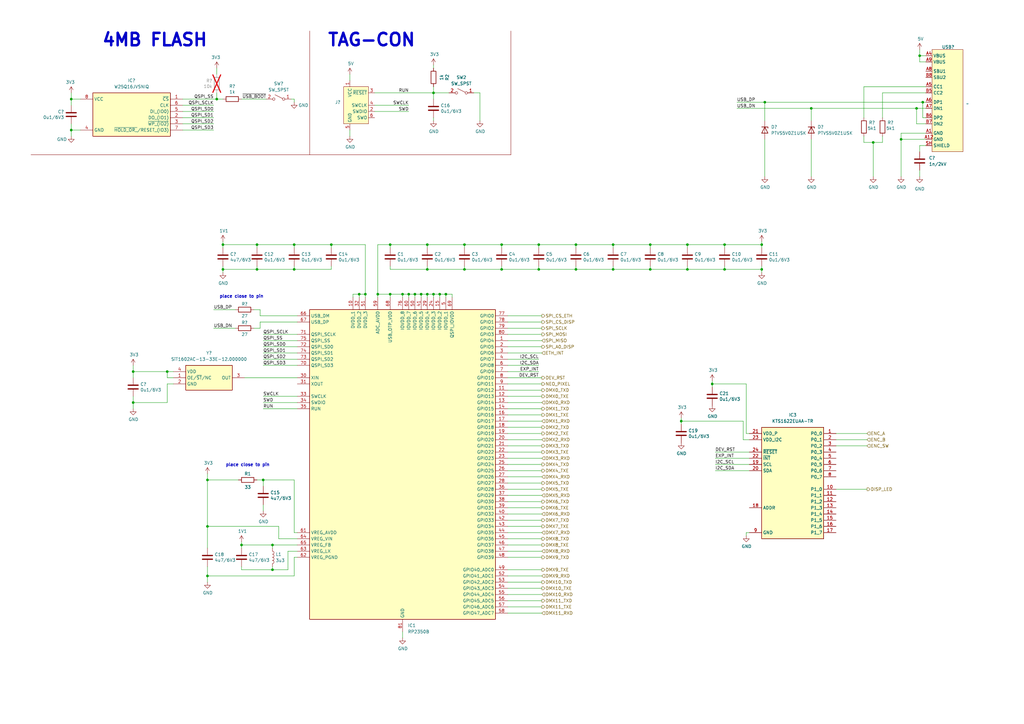
<source format=kicad_sch>
(kicad_sch (version 20250114) (generator "eeschema") (generator_version "9.0")
  (paper "A3")
  (text "TAG-CON" (at 152.4 16.51 0) (effects (font (size 5.08 5.08) (thickness 1.016) (bold yes))))
  (text "4MB FLASH" (at 63.5 16.51 0) (effects (font (size 5.08 5.08) (thickness 1.016) (bold yes))))
  (text "place close to pin" (at 99.06 121.666 0) (effects (font (size 1.27 1.27) (thickness 0.254) (bold yes))))
  (text "place close to pin" (at 101.6 190.754 0) (effects (font (size 1.27 1.27) (thickness 0.254) (bold yes))))
  (junction (at 177.8 120.65))
  (junction (at 54.61 152.4))
  (junction (at 68.58 152.4))
  (junction (at 205.74 100.33))
  (junction (at 177.8 38.1))
  (junction (at 236.22 110.49))
  (junction (at 266.7 100.33))
  (junction (at 135.89 100.33))
  (junction (at 88.9 40.64))
  (junction (at 91.44 100.33))
  (junction (at 85.09 196.85))
  (junction (at 85.09 236.22))
  (junction (at 120.65 110.49))
  (junction (at 165.1 120.65))
  (junction (at 220.98 110.49))
  (junction (at 175.26 120.65))
  (junction (at 167.64 120.65))
  (junction (at 297.18 110.49))
  (junction (at 358.14 58.42))
  (junction (at 190.5 110.49))
  (junction (at 313.69 41.91))
  (junction (at 251.46 110.49))
  (junction (at 375.92 44.45))
  (junction (at 111.76 233.68))
  (junction (at 111.76 223.52))
  (junction (at 377.19 22.86))
  (junction (at 251.46 100.33))
  (junction (at 175.26 100.33))
  (junction (at 91.44 110.49))
  (junction (at 312.42 100.33))
  (junction (at 149.86 120.65))
  (junction (at 279.4 172.72))
  (junction (at 105.41 100.33))
  (junction (at 54.61 165.1))
  (junction (at 266.7 110.49))
  (junction (at 205.74 110.49))
  (junction (at 172.72 120.65))
  (junction (at 160.02 120.65))
  (junction (at 378.46 41.91))
  (junction (at 369.57 57.15))
  (junction (at 220.98 100.33))
  (junction (at 120.65 100.33))
  (junction (at 147.32 120.65))
  (junction (at 312.42 110.49))
  (junction (at 29.21 53.34))
  (junction (at 105.41 110.49))
  (junction (at 29.21 40.64))
  (junction (at 99.06 223.52))
  (junction (at 236.22 100.33))
  (junction (at 292.1 157.48))
  (junction (at 154.94 120.65))
  (junction (at 180.34 120.65))
  (junction (at 175.26 110.49))
  (junction (at 170.18 120.65))
  (junction (at 297.18 100.33))
  (junction (at 332.74 44.45))
  (junction (at 281.94 100.33))
  (junction (at 190.5 100.33))
  (junction (at 85.09 215.9))
  (junction (at 281.94 110.49))
  (junction (at 182.88 120.65))
  (junction (at 160.02 100.33))
  (junction (at 107.95 196.85))
  (wire (pts (xy 154.94 100.33) (xy 160.02 100.33)))
  (wire (pts (xy 106.68 129.54) (xy 106.68 127)))
  (wire (pts (xy 208.28 132.08) (xy 222.25 132.08)))
  (wire (pts (xy 208.28 241.3) (xy 222.25 241.3)))
  (wire (pts (xy 105.41 109.22) (xy 105.41 110.49)))
  (wire (pts (xy 68.58 152.4) (xy 71.12 152.4)))
  (wire (pts (xy 279.4 172.72) (xy 279.4 173.99)))
  (wire (pts (xy 205.74 100.33) (xy 205.74 101.6)))
  (wire (pts (xy 121.92 129.54) (xy 106.68 129.54)))
  (wire (pts (xy 105.41 196.85) (xy 107.95 196.85)))
  (wire (pts (xy 208.28 154.94) (xy 222.25 154.94)))
  (wire (pts (xy 99.06 223.52) (xy 111.76 223.52)))
  (wire (pts (xy 120.65 218.44) (xy 121.92 218.44)))
  (wire (pts (xy 354.33 58.42) (xy 354.33 55.88)))
  (wire (pts (xy 281.94 109.22) (xy 281.94 110.49)))
  (wire (pts (xy 177.8 38.1) (xy 177.8 40.64)))
  (wire (pts (xy 377.19 59.69) (xy 379.73 59.69)))
  (wire (pts (xy 208.28 152.4) (xy 220.98 152.4)))
  (wire (pts (xy 208.28 187.96) (xy 222.25 187.96)))
  (wire (pts (xy 120.65 40.64) (xy 120.65 41.91)))
  (wire (pts (xy 208.28 223.52) (xy 222.25 223.52)))
  (wire (pts (xy 87.63 134.62) (xy 96.52 134.62)))
  (wire (pts (xy 71.12 154.94) (xy 68.58 154.94)))
  (wire (pts (xy 147.32 120.65) (xy 149.86 120.65)))
  (wire (pts (xy 105.41 110.49) (xy 120.65 110.49)))
  (wire (pts (xy 160.02 109.22) (xy 160.02 110.49)))
  (wire (pts (xy 114.3 220.98) (xy 114.3 215.9)))
  (wire (pts (xy 121.92 137.16) (xy 107.95 137.16)))
  (wire (pts (xy 208.28 172.72) (xy 222.25 172.72)))
  (wire (pts (xy 354.33 58.42) (xy 358.14 58.42)))
  (wire (pts (xy 91.44 101.6) (xy 91.44 100.33)))
  (wire (pts (xy 107.95 207.01) (xy 107.95 209.55)))
  (wire (pts (xy 160.02 110.49) (xy 175.26 110.49)))
  (wire (pts (xy 208.28 251.46) (xy 222.25 251.46)))
  (wire (pts (xy 307.34 187.96) (xy 293.37 187.96)))
  (wire (pts (xy 194.31 38.1) (xy 196.85 38.1)))
  (polyline (pts (xy 127 12.7) (xy 127 63.5)) (stroke (width 0) (color 132 0 0 1)))
  (wire (pts (xy 379.73 25.4) (xy 377.19 25.4)))
  (wire (pts (xy 208.28 182.88) (xy 222.25 182.88)))
  (wire (pts (xy 208.28 162.56) (xy 222.25 162.56)))
  (wire (pts (xy 379.73 48.26) (xy 378.46 48.26)))
  (wire (pts (xy 68.58 157.48) (xy 68.58 165.1)))
  (wire (pts (xy 208.28 129.54) (xy 222.25 129.54)))
  (wire (pts (xy 167.64 120.65) (xy 170.18 120.65)))
  (wire (pts (xy 29.21 50.8) (xy 29.21 53.34)))
  (polyline (pts (xy 209.55 12.7) (xy 209.55 63.5)) (stroke (width 0) (color 132 0 0 1)))
  (wire (pts (xy 378.46 48.26) (xy 378.46 41.91)))
  (wire (pts (xy 153.67 38.1) (xy 177.8 38.1)))
  (wire (pts (xy 175.26 110.49) (xy 190.5 110.49)))
  (wire (pts (xy 121.92 139.7) (xy 107.95 139.7)))
  (wire (pts (xy 165.1 259.08) (xy 165.1 261.62)))
  (wire (pts (xy 107.95 149.86) (xy 121.92 149.86)))
  (wire (pts (xy 208.28 175.26) (xy 222.25 175.26)))
  (wire (pts (xy 293.37 185.42) (xy 307.34 185.42)))
  (wire (pts (xy 29.21 40.64) (xy 29.21 43.18)))
  (wire (pts (xy 377.19 69.85) (xy 377.19 72.39)))
  (wire (pts (xy 208.28 213.36) (xy 222.25 213.36)))
  (wire (pts (xy 208.28 208.28) (xy 222.25 208.28)))
  (wire (pts (xy 208.28 246.38) (xy 222.25 246.38)))
  (wire (pts (xy 251.46 110.49) (xy 266.7 110.49)))
  (wire (pts (xy 332.74 44.45) (xy 375.92 44.45)))
  (wire (pts (xy 379.73 38.1) (xy 361.95 38.1)))
  (wire (pts (xy 170.18 120.65) (xy 172.72 120.65)))
  (wire (pts (xy 99.06 40.64) (xy 109.22 40.64)))
  (wire (pts (xy 342.9 180.34) (xy 355.6 180.34)))
  (wire (pts (xy 85.09 215.9) (xy 85.09 196.85)))
  (wire (pts (xy 279.4 171.45) (xy 279.4 172.72)))
  (wire (pts (xy 143.51 30.48) (xy 143.51 33.02)))
  (wire (pts (xy 107.95 142.24) (xy 121.92 142.24)))
  (wire (pts (xy 85.09 196.85) (xy 97.79 196.85)))
  (wire (pts (xy 208.28 134.62) (xy 222.25 134.62)))
  (wire (pts (xy 190.5 110.49) (xy 205.74 110.49)))
  (wire (pts (xy 111.76 232.41) (xy 111.76 233.68)))
  (wire (pts (xy 167.64 45.72) (xy 153.67 45.72)))
  (wire (pts (xy 91.44 109.22) (xy 91.44 110.49)))
  (wire (pts (xy 160.02 100.33) (xy 160.02 101.6)))
  (wire (pts (xy 74.93 53.34) (xy 87.63 53.34)))
  (wire (pts (xy 135.89 110.49) (xy 135.89 109.22)))
  (wire (pts (xy 99.06 233.68) (xy 99.06 232.41)))
  (wire (pts (xy 208.28 160.02) (xy 222.25 160.02)))
  (wire (pts (xy 208.28 167.64) (xy 222.25 167.64)))
  (wire (pts (xy 54.61 165.1) (xy 68.58 165.1)))
  (wire (pts (xy 29.21 38.1) (xy 29.21 40.64)))
  (wire (pts (xy 361.95 55.88) (xy 361.95 58.42)))
  (wire (pts (xy 106.68 132.08) (xy 121.92 132.08)))
  (wire (pts (xy 266.7 109.22) (xy 266.7 110.49)))
  (wire (pts (xy 292.1 157.48) (xy 306.07 157.48)))
  (wire (pts (xy 220.98 100.33) (xy 236.22 100.33)))
  (wire (pts (xy 175.26 100.33) (xy 175.26 101.6)))
  (wire (pts (xy 106.68 134.62) (xy 106.68 132.08)))
  (wire (pts (xy 312.42 100.33) (xy 312.42 101.6)))
  (wire (pts (xy 160.02 120.65) (xy 160.02 121.92)))
  (wire (pts (xy 375.92 44.45) (xy 379.73 44.45)))
  (wire (pts (xy 99.06 233.68) (xy 111.76 233.68)))
  (wire (pts (xy 236.22 109.22) (xy 236.22 110.49)))
  (wire (pts (xy 358.14 58.42) (xy 358.14 72.39)))
  (wire (pts (xy 342.9 200.66) (xy 355.6 200.66)))
  (wire (pts (xy 281.94 110.49) (xy 297.18 110.49)))
  (wire (pts (xy 236.22 100.33) (xy 236.22 101.6)))
  (wire (pts (xy 54.61 149.86) (xy 54.61 152.4)))
  (wire (pts (xy 160.02 100.33) (xy 175.26 100.33)))
  (wire (pts (xy 85.09 236.22) (xy 120.65 236.22)))
  (wire (pts (xy 208.28 139.7) (xy 222.25 139.7)))
  (wire (pts (xy 208.28 205.74) (xy 222.25 205.74)))
  (wire (pts (xy 208.28 193.04) (xy 222.25 193.04)))
  (wire (pts (xy 154.94 120.65) (xy 160.02 120.65)))
  (wire (pts (xy 120.65 228.6) (xy 120.65 236.22)))
  (wire (pts (xy 293.37 190.5) (xy 307.34 190.5)))
  (wire (pts (xy 208.28 170.18) (xy 222.25 170.18)))
  (wire (pts (xy 379.73 50.8) (xy 375.92 50.8)))
  (wire (pts (xy 107.95 165.1) (xy 121.92 165.1)))
  (wire (pts (xy 182.88 120.65) (xy 182.88 121.92)))
  (wire (pts (xy 302.26 41.91) (xy 313.69 41.91)))
  (wire (pts (xy 144.78 120.65) (xy 147.32 120.65)))
  (wire (pts (xy 208.28 210.82) (xy 222.25 210.82)))
  (wire (pts (xy 120.65 100.33) (xy 135.89 100.33)))
  (wire (pts (xy 121.92 220.98) (xy 114.3 220.98)))
  (wire (pts (xy 297.18 110.49) (xy 312.42 110.49)))
  (wire (pts (xy 304.8 180.34) (xy 304.8 172.72)))
  (wire (pts (xy 107.95 144.78) (xy 121.92 144.78)))
  (wire (pts (xy 175.26 120.65) (xy 175.26 121.92)))
  (wire (pts (xy 208.28 144.78) (xy 222.25 144.78)))
  (wire (pts (xy 167.64 120.65) (xy 167.64 121.92)))
  (wire (pts (xy 369.57 57.15) (xy 379.73 57.15)))
  (wire (pts (xy 180.34 120.65) (xy 182.88 120.65)))
  (wire (pts (xy 121.92 228.6) (xy 120.65 228.6)))
  (wire (pts (xy 378.46 41.91) (xy 379.73 41.91)))
  (wire (pts (xy 68.58 154.94) (xy 68.58 152.4)))
  (wire (pts (xy 251.46 100.33) (xy 251.46 101.6)))
  (wire (pts (xy 377.19 22.86) (xy 377.19 25.4)))
  (wire (pts (xy 236.22 100.33) (xy 251.46 100.33)))
  (wire (pts (xy 379.73 54.61) (xy 369.57 54.61)))
  (wire (pts (xy 208.28 177.8) (xy 222.25 177.8)))
  (wire (pts (xy 154.94 121.92) (xy 154.94 120.65)))
  (wire (pts (xy 281.94 100.33) (xy 281.94 101.6)))
  (wire (pts (xy 312.42 110.49) (xy 312.42 109.22)))
  (wire (pts (xy 266.7 100.33) (xy 266.7 101.6)))
  (wire (pts (xy 354.33 48.26) (xy 354.33 35.56)))
  (wire (pts (xy 208.28 215.9) (xy 222.25 215.9)))
  (wire (pts (xy 99.06 223.52) (xy 99.06 224.79)))
  (wire (pts (xy 312.42 99.06) (xy 312.42 100.33)))
  (wire (pts (xy 33.02 40.64) (xy 29.21 40.64)))
  (wire (pts (xy 190.5 109.22) (xy 190.5 110.49)))
  (wire (pts (xy 177.8 49.53) (xy 177.8 48.26)))
  (wire (pts (xy 332.74 72.39) (xy 332.74 57.15)))
  (wire (pts (xy 165.1 120.65) (xy 165.1 121.92)))
  (wire (pts (xy 208.28 165.1) (xy 222.25 165.1)))
  (wire (pts (xy 33.02 53.34) (xy 29.21 53.34)))
  (wire (pts (xy 74.93 45.72) (xy 87.63 45.72)))
  (wire (pts (xy 120.65 40.64) (xy 119.38 40.64)))
  (wire (pts (xy 251.46 109.22) (xy 251.46 110.49)))
  (wire (pts (xy 297.18 109.22) (xy 297.18 110.49)))
  (wire (pts (xy 111.76 223.52) (xy 121.92 223.52)))
  (wire (pts (xy 182.88 120.65) (xy 185.42 120.65)))
  (wire (pts (xy 313.69 49.53) (xy 313.69 41.91)))
  (wire (pts (xy 54.61 152.4) (xy 68.58 152.4)))
  (wire (pts (xy 208.28 147.32) (xy 220.98 147.32)))
  (wire (pts (xy 313.69 41.91) (xy 378.46 41.91)))
  (wire (pts (xy 205.74 109.22) (xy 205.74 110.49)))
  (wire (pts (xy 342.9 177.8) (xy 355.6 177.8)))
  (wire (pts (xy 313.69 72.39) (xy 313.69 57.15)))
  (wire (pts (xy 292.1 157.48) (xy 292.1 158.75)))
  (wire (pts (xy 358.14 58.42) (xy 361.95 58.42)))
  (wire (pts (xy 208.28 180.34) (xy 222.25 180.34)))
  (wire (pts (xy 165.1 120.65) (xy 167.64 120.65)))
  (wire (pts (xy 107.95 162.56) (xy 121.92 162.56)))
  (wire (pts (xy 190.5 100.33) (xy 190.5 101.6)))
  (wire (pts (xy 208.28 142.24) (xy 222.25 142.24)))
  (wire (pts (xy 177.8 120.65) (xy 180.34 120.65)))
  (wire (pts (xy 332.74 44.45) (xy 332.74 49.53)))
  (wire (pts (xy 208.28 243.84) (xy 222.25 243.84)))
  (wire (pts (xy 297.18 100.33) (xy 312.42 100.33)))
  (wire (pts (xy 54.61 152.4) (xy 54.61 154.94)))
  (wire (pts (xy 208.28 157.48) (xy 222.25 157.48)))
  (wire (pts (xy 100.33 154.94) (xy 121.92 154.94)))
  (wire (pts (xy 91.44 99.06) (xy 91.44 100.33)))
  (wire (pts (xy 143.51 55.88) (xy 143.51 53.34)))
  (wire (pts (xy 375.92 50.8) (xy 375.92 44.45)))
  (wire (pts (xy 208.28 236.22) (xy 222.25 236.22)))
  (wire (pts (xy 306.07 157.48) (xy 306.07 177.8)))
  (wire (pts (xy 104.14 134.62) (xy 106.68 134.62)))
  (wire (pts (xy 54.61 165.1) (xy 54.61 162.56)))
  (wire (pts (xy 304.8 172.72) (xy 279.4 172.72)))
  (wire (pts (xy 177.8 120.65) (xy 177.8 121.92)))
  (wire (pts (xy 107.95 196.85) (xy 120.65 196.85)))
  (wire (pts (xy 177.8 38.1) (xy 184.15 38.1)))
  (wire (pts (xy 306.07 177.8) (xy 307.34 177.8)))
  (wire (pts (xy 167.64 43.18) (xy 153.67 43.18)))
  (wire (pts (xy 107.95 196.85) (xy 107.95 199.39)))
  (wire (pts (xy 85.09 236.22) (xy 85.09 238.76)))
  (wire (pts (xy 111.76 223.52) (xy 111.76 224.79)))
  (wire (pts (xy 114.3 215.9) (xy 85.09 215.9)))
  (wire (pts (xy 170.18 120.65) (xy 170.18 121.92)))
  (wire (pts (xy 185.42 120.65) (xy 185.42 121.92)))
  (wire (pts (xy 85.09 194.31) (xy 85.09 196.85)))
  (wire (pts (xy 88.9 40.64) (xy 74.93 40.64)))
  (wire (pts (xy 120.65 196.85) (xy 120.65 218.44)))
  (wire (pts (xy 220.98 109.22) (xy 220.98 110.49)))
  (wire (pts (xy 208.28 226.06) (xy 222.25 226.06)))
  (wire (pts (xy 54.61 165.1) (xy 54.61 167.64)))
  (wire (pts (xy 87.63 43.18) (xy 74.93 43.18)))
  (wire (pts (xy 302.26 44.45) (xy 332.74 44.45)))
  (wire (pts (xy 208.28 149.86) (xy 220.98 149.86)))
  (wire (pts (xy 369.57 57.15) (xy 369.57 72.39)))
  (wire (pts (xy 172.72 120.65) (xy 175.26 120.65)))
  (wire (pts (xy 377.19 22.86) (xy 379.73 22.86)))
  (wire (pts (xy 196.85 38.1) (xy 196.85 49.53)))
  (wire (pts (xy 135.89 100.33) (xy 135.89 101.6)))
  (wire (pts (xy 208.28 200.66) (xy 222.25 200.66)))
  (wire (pts (xy 175.26 109.22) (xy 175.26 110.49)))
  (wire (pts (xy 147.32 120.65) (xy 147.32 121.92)))
  (wire (pts (xy 208.28 185.42) (xy 222.25 185.42)))
  (wire (pts (xy 312.42 110.49) (xy 312.42 111.76)))
  (wire (pts (xy 236.22 110.49) (xy 251.46 110.49)))
  (wire (pts (xy 149.86 120.65) (xy 149.86 100.33)))
  (wire (pts (xy 120.65 110.49) (xy 135.89 110.49)))
  (wire (pts (xy 180.34 120.65) (xy 180.34 121.92)))
  (wire (pts (xy 177.8 35.56) (xy 177.8 38.1)))
  (wire (pts (xy 107.95 167.64) (xy 121.92 167.64)))
  (wire (pts (xy 154.94 120.65) (xy 154.94 100.33)))
  (wire (pts (xy 292.1 156.21) (xy 292.1 157.48)))
  (wire (pts (xy 377.19 20.32) (xy 377.19 22.86)))
  (wire (pts (xy 342.9 182.88) (xy 355.6 182.88)))
  (wire (pts (xy 91.44 110.49) (xy 105.41 110.49)))
  (wire (pts (xy 105.41 100.33) (xy 105.41 101.6)))
  (wire (pts (xy 208.28 195.58) (xy 222.25 195.58)))
  (wire (pts (xy 208.28 203.2) (xy 222.25 203.2)))
  (wire (pts (xy 85.09 215.9) (xy 85.09 224.79)))
  (wire (pts (xy 377.19 62.23) (xy 377.19 59.69)))
  (wire (pts (xy 99.06 222.25) (xy 99.06 223.52)))
  (wire (pts (xy 361.95 38.1) (xy 361.95 48.26)))
  (wire (pts (xy 88.9 38.1) (xy 88.9 40.64)))
  (wire (pts (xy 91.44 40.64) (xy 88.9 40.64)))
  (wire (pts (xy 175.26 120.65) (xy 177.8 120.65)))
  (wire (pts (xy 369.57 54.61) (xy 369.57 57.15)))
  (wire (pts (xy 74.93 48.26) (xy 87.63 48.26)))
  (wire (pts (xy 208.28 190.5) (xy 222.25 190.5)))
  (wire (pts (xy 354.33 35.56) (xy 379.73 35.56)))
  (wire (pts (xy 208.28 233.68) (xy 222.25 233.68)))
  (polyline (pts (xy 12.7 63.5) (xy 127 63.5)) (stroke (width 0) (color 132 0 0 1)))
  (wire (pts (xy 208.28 228.6) (xy 222.25 228.6)))
  (wire (pts (xy 190.5 100.33) (xy 205.74 100.33)))
  (wire (pts (xy 208.28 137.16) (xy 222.25 137.16)))
  (wire (pts (xy 220.98 110.49) (xy 236.22 110.49)))
  (wire (pts (xy 120.65 109.22) (xy 120.65 110.49)))
  (wire (pts (xy 220.98 100.33) (xy 220.98 101.6)))
  (wire (pts (xy 107.95 147.32) (xy 121.92 147.32)))
  (wire (pts (xy 208.28 198.12) (xy 222.25 198.12)))
  (wire (pts (xy 281.94 100.33) (xy 297.18 100.33)))
  (wire (pts (xy 306.07 218.44) (xy 307.34 218.44)))
  (polyline (pts (xy 127 63.5) (xy 209.55 63.5)) (stroke (width 0) (color 132 0 0 1)))
  (wire (pts (xy 71.12 157.48) (xy 68.58 157.48)))
  (wire (pts (xy 306.07 219.71) (xy 306.07 218.44)))
  (wire (pts (xy 144.78 121.92) (xy 144.78 120.65)))
  (wire (pts (xy 205.74 110.49) (xy 220.98 110.49)))
  (wire (pts (xy 160.02 120.65) (xy 165.1 120.65)))
  (wire (pts (xy 149.86 120.65) (xy 149.86 121.92)))
  (wire (pts (xy 88.9 27.94) (xy 88.9 30.48)))
  (wire (pts (xy 177.8 26.67) (xy 177.8 27.94)))
  (wire (pts (xy 74.93 50.8) (xy 87.63 50.8)))
  (wire (pts (xy 91.44 110.49) (xy 91.44 111.76)))
  (wire (pts (xy 87.63 127) (xy 96.52 127)))
  (wire (pts (xy 293.37 193.04) (xy 307.34 193.04)))
  (wire (pts (xy 106.68 127) (xy 104.14 127)))
  (wire (pts (xy 118.11 226.06) (xy 118.11 233.68)))
  (wire (pts (xy 175.26 100.33) (xy 190.5 100.33)))
  (wire (pts (xy 307.34 180.34) (xy 304.8 180.34)))
  (wire (pts (xy 208.28 238.76) (xy 222.25 238.76)))
  (wire (pts (xy 29.21 53.34) (xy 29.21 55.88)))
  (wire (pts (xy 208.28 248.92) (xy 222.25 248.92)))
  (wire (pts (xy 118.11 233.68) (xy 111.76 233.68)))
  (wire (pts (xy 251.46 100.33) (xy 266.7 100.33)))
  (wire (pts (xy 205.74 100.33) (xy 220.98 100.33)))
  (wire (pts (xy 266.7 110.49) (xy 281.94 110.49)))
  (wire (pts (xy 120.65 101.6) (xy 120.65 100.33)))
  (wire (pts (xy 208.28 220.98) (xy 222.25 220.98)))
  (wire (pts (xy 149.86 100.33) (xy 135.89 100.33)))
  (wire (pts (xy 120.65 100.33) (xy 105.41 100.33)))
  (wire (pts (xy 297.18 100.33) (xy 297.18 101.6)))
  (wire (pts (xy 266.7 100.33) (xy 281.94 100.33)))
  (wire (pts (xy 121.92 226.06) (xy 118.11 226.06)))
  (wire (pts (xy 85.09 236.22) (xy 85.09 232.41)))
  (wire (pts (xy 208.28 218.44) (xy 222.25 218.44)))
  (wire (pts (xy 172.72 120.65) (xy 172.72 121.92)))
  (wire (pts (xy 91.44 100.33) (xy 105.41 100.33)))
  (label "DEV_RST" (at 293.37 185.42 0) (effects (font (thickness 0.1588))))
  (label "USB_DN" (at 302.26 44.45 0))
  (label "SWCLK" (at 107.95 162.56 0))
  (label "QSPI_SD3" (at 107.95 149.86 0))
  (label "DEV_RST" (at 220.98 154.94 180) (effects (font (thickness 0.1588))))
  (label "QSPI_SD0" (at 87.63 45.72 180))
  (label "SWD" (at 167.64 45.72 180))
  (label "USB_DP" (at 302.26 41.91 0))
  (label "QSPI_SD1" (at 87.63 48.26 180))
  (label "~{USB_BOOT}" (at 109.22 40.64 180))
  (label "SWD" (at 107.95 165.1 0))
  (label "USB_DN" (at 87.63 134.62 0))
  (label "QSPI_SCLK" (at 107.95 137.16 0))
  (label "I2C_SCL" (at 220.98 147.32 180) (effects (font (thickness 0.1588))))
  (label "QSPI_SD2" (at 87.63 50.8 180))
  (label "I2C_SDA" (at 293.37 193.04 0) (effects (font (thickness 0.1588))))
  (label "I2C_SCL" (at 293.37 190.5 0) (effects (font (thickness 0.1588))))
  (label "QSPI_SCLK" (at 87.63 43.18 180))
  (label "QSPI_SD1" (at 107.95 144.78 0))
  (label "USB_DP" (at 87.63 127 0))
  (label "QSPI_SS" (at 107.95 139.7 0))
  (label "SWCLK" (at 167.64 43.18 180))
  (label "EXP_INT" (at 293.37 187.96 0) (effects (font (thickness 0.1588))))
  (label "QSPI_SD3" (at 87.63 53.34 180))
  (label "QSPI_SS" (at 87.63 40.64 180))
  (label "RUN" (at 167.64 38.1 180))
  (label "QSPI_SD0" (at 107.95 142.24 0))
  (label "EXP_INT" (at 220.98 152.4 180) (effects (font (thickness 0.1588))))
  (label "I2C_SDA" (at 220.98 149.86 180) (effects (font (thickness 0.1588))))
  (label "QSPI_SD2" (at 107.95 147.32 0))
  (label "RUN" (at 107.95 167.64 0))
  (hierarchical_label "DMX6_RXD" (shape input) (at 222.25 210.82 0))
  (hierarchical_label "DMX9_TXE" (shape output) (at 222.25 233.68 0))
  (hierarchical_label "DMX6_TXE" (shape output) (at 222.25 208.28 0))
  (hierarchical_label "SPI_SCLK" (shape output) (at 222.25 134.62 0))
  (hierarchical_label "DMX0_TXE" (shape output) (at 222.25 162.56 0))
  (hierarchical_label "DMX3_TXE" (shape output) (at 222.25 185.42 0))
  (hierarchical_label "SPI_CS_DISP" (shape output) (at 222.25 132.08 0))
  (hierarchical_label "ENC_B" (shape input) (at 355.6 180.34 0))
  (hierarchical_label "DMX4_TXD" (shape output) (at 222.25 190.5 0))
  (hierarchical_label "DMX2_TXE" (shape output) (at 222.25 177.8 0))
  (hierarchical_label "DMX3_RXD" (shape input) (at 222.25 187.96 0))
  (hierarchical_label "DMX7_RXD" (shape input) (at 222.25 218.44 0))
  (hierarchical_label "DMX4_RXD" (shape input) (at 222.25 195.58 0))
  (hierarchical_label "DMX11_RXD" (shape input) (at 222.25 251.46 0))
  (hierarchical_label "SPI_CS_ETH" (shape output) (at 222.25 129.54 0))
  (hierarchical_label "DMX5_RXD" (shape input) (at 222.25 203.2 0))
  (hierarchical_label "DMX2_TXD" (shape output) (at 222.25 175.26 0))
  (hierarchical_label "DMX10_TXD" (shape output) (at 222.25 238.76 0))
  (hierarchical_label "DMX11_TXE" (shape output) (at 222.25 248.92 0))
  (hierarchical_label "SPI_A0_DISP" (shape output) (at 222.25 142.24 0))
  (hierarchical_label "DMX7_TXE" (shape output) (at 222.25 215.9 0))
  (hierarchical_label "ENC_SW" (shape input) (at 355.6 182.88 0))
  (hierarchical_label "SPI_MISO" (shape input) (at 222.25 139.7 0))
  (hierarchical_label "DMX9_TXD" (shape output) (at 222.25 228.6 0))
  (hierarchical_label "DMX8_TXD" (shape output) (at 222.25 220.98 0))
  (hierarchical_label "DMX2_RXD" (shape input) (at 222.25 180.34 0))
  (hierarchical_label "DMX5_TXD" (shape output) (at 222.25 198.12 0))
  (hierarchical_label "DMX3_TXD" (shape output) (at 222.25 182.88 0))
  (hierarchical_label "DEV_RST" (shape output) (at 222.25 154.94 0))
  (hierarchical_label "DMX10_RXD" (shape input) (at 222.25 243.84 0))
  (hierarchical_label "ETH_INT" (shape input) (at 222.25 144.78 0))
  (hierarchical_label "DMX0_RXD" (shape input) (at 222.25 165.1 0))
  (hierarchical_label "DMX8_RXD" (shape input) (at 222.25 226.06 0))
  (hierarchical_label "DMX6_TXD" (shape output) (at 222.25 205.74 0))
  (hierarchical_label "NEO_PIXEL" (shape output) (at 222.25 157.48 0) (effects (font (thickness 0.1588))))
  (hierarchical_label "DISP_LED" (shape output) (at 355.6 200.66 0))
  (hierarchical_label "DMX0_TXD" (shape output) (at 222.25 160.02 0))
  (hierarchical_label "DMX9_RXD" (shape input) (at 222.25 236.22 0))
  (hierarchical_label "DMX7_TXD" (shape output) (at 222.25 213.36 0))
  (hierarchical_label "DMX5_TXE" (shape output) (at 222.25 200.66 0))
  (hierarchical_label "DMX4_TXE" (shape output) (at 222.25 193.04 0))
  (hierarchical_label "DMX8_TXE" (shape output) (at 222.25 223.52 0))
  (hierarchical_label "ENC_A" (shape input) (at 355.6 177.8 0))
  (hierarchical_label "DMX1_TXE" (shape output) (at 222.25 170.18 0))
  (hierarchical_label "DMX11_TXD" (shape output) (at 222.25 246.38 0))
  (hierarchical_label "SPI_MOSI" (shape output) (at 222.25 137.16 0))
  (hierarchical_label "DMX10_TXE" (shape output) (at 222.25 241.3 0))
  (hierarchical_label "DMX1_TXD" (shape output) (at 222.25 167.64 0))
  (hierarchical_label "DMX1_RXD" (shape input) (at 222.25 172.72 0))
  (symbol (lib_id "power:+3V3") (at 88.9 27.94 0) (mirror y) (unit 1)
    (property "Reference" "#PWR07" (effects (hide yes)))
    (property "Value" "3V3" (at 88.519 23.5458 0))
    (instances (project "RP2350B" (path "" (reference "#PWR?") (unit 1))) (project "" (path "" (reference "#PWR07") (unit 1))) (project "NEMA17" (path "" (reference "#PWR082") (unit 1))) (project "NEMA17" (path "" (reference "#PWR09") (unit 1))))
  )
  (symbol (lib_id "Diode:PTVS5V0Z1USK") (at 313.69 53.34 270) (unit 1)
    (property "Reference" "D1" (at 316.23 52.0699 90) (effects (justify left)))
    (property "Value" "PTVS5V0Z1USK" (at 316.23 54.6099 90) (effects (justify left)))
    (property "Footprint" "Diode_SMD:Nexperia_DSN1608-2_1.6x0.8mm" (effects (hide yes)))
    (property "Datasheet" "https://assets.nexperia.com/documents/data-sheet/PTVS5V0Z1USK.pdf" (effects (hide yes)))
    (property "Description" "5V, 1200W TVS unidirectional diode, DSN1608-2" (effects (hide yes)))
    (instances (project "RP2350B" (path "" (reference "D?") (unit 1))) (project "" (path "" (reference "D1") (unit 1))) (project "" (path "" (reference "D18") (unit 1))))
  )
  (symbol (lib_id "Device:C") (at 160.02 105.41 0) (unit 1)
    (property "Reference" "C10" (at 162.941 104.2416 0) (effects (justify left)))
    (property "Value" "0u1/6V3" (at 162.941 106.553 0) (effects (justify left)))
    (property "Footprint" "Capacitor_SMD:C_0603_1608Metric" (effects (hide yes)))
    (instances (project "RP2350B" (path "" (reference "C1") (unit 1))) (project "" (path "" (reference "C10") (unit 1))))
  )
  (symbol (lib_id "power:GND") (at 377.19 72.39 0) (mirror y) (unit 1)
    (property "Reference" "#PWR031" (effects (hide yes)))
    (property "Value" "GND" (at 377.19 77.47 0))
    (property "Description" "Power symbol creates a global label with name \"GND\" , ground" (effects (hide yes)))
    (instances (project "RP2350B" (path "" (reference "#PWR?") (unit 1))) (project "" (path "" (reference "#PWR031") (unit 1))))
  )
  (symbol (lib_id "power:GND") (at 107.95 209.55 0) (unit 1)
    (property "Reference" "#PWR011" (effects (hide yes)))
    (property "Value" "GND" (at 108.077 213.9442 0))
    (instances (project "RP2350B" (path "" (reference "#PWR02") (unit 1))) (project "" (path "" (reference "#PWR011") (unit 1))))
  )
  (symbol (lib_id "Device:C") (at 135.89 105.41 0) (unit 1)
    (property "Reference" "C9" (at 138.811 104.2416 0) (effects (justify left)))
    (property "Value" "0u1/6V3" (at 138.811 106.553 0) (effects (justify left)))
    (property "Footprint" "Capacitor_SMD:C_0603_1608Metric" (effects (hide yes)))
    (instances (project "RP2350B" (path "" (reference "C14") (unit 1))) (project "" (path "" (reference "C9") (unit 1))))
  )
  (symbol (lib_id "Device:R") (at 361.95 52.07 0) (mirror x) (unit 1)
    (property "Reference" "R8" (at 365.252 50.292 0))
    (property "Value" "5k1" (at 365.252 52.6034 0))
    (property "Footprint" "Resistor_SMD:R_0603_1608Metric" (effects (hide yes)))
    (instances (project "RP2350B" (path "" (reference "R?") (unit 1))) (project "" (path "" (reference "R8") (unit 1))))
  )
  (symbol (lib_id "Device:C") (at 54.61 158.75 0) (unit 1)
    (property "Reference" "C2" (at 57.531 157.5816 0) (effects (justify left)))
    (property "Value" "0u1/6V3" (at 57.531 159.893 0) (effects (justify left)))
    (property "Footprint" "Capacitor_SMD:C_0603_1608Metric" (effects (hide yes)))
    (instances (project "RP2350B" (path "" (reference "C?") (unit 1))) (project "" (path "" (reference "C2") (unit 1))) (project "2x500W_AMP" (path "" (reference "C69") (unit 1))) (project "2x500W_AMP" (path "" (reference "C13") (unit 1))) (project "2x500W_AMP" (path "" (reference "C1") (unit 1))))
  )
  (symbol (lib_id "Device:C") (at 29.21 46.99 0) (mirror y) (unit 1)
    (property "Reference" "C1" (at 26.289 45.8216 0) (effects (justify left)))
    (property "Value" "0u1/6V3" (at 26.289 48.133 0) (effects (justify left)))
    (property "Footprint" "Capacitor_SMD:C_0603_1608Metric" (effects (hide yes)))
    (instances (project "RP2350B" (path "" (reference "C?") (unit 1))) (project "" (path "" (reference "C1") (unit 1))) (project "2x500W_AMP" (path "" (reference "C68") (unit 1))) (project "2x500W_AMP" (path "" (reference "C12") (unit 1))) (project "2x500W_AMP" (path "" (reference "C3") (unit 1))))
  )
  (symbol (lib_id "Device:C") (at 236.22 105.41 0) (unit 1)
    (property "Reference" "C16" (at 239.141 104.2416 0) (effects (justify left)))
    (property "Value" "0u1/6V3" (at 239.141 106.553 0) (effects (justify left)))
    (property "Footprint" "Capacitor_SMD:C_0603_1608Metric" (effects (hide yes)))
    (instances (project "RP2350B" (path "" (reference "C6") (unit 1))) (project "" (path "" (reference "C16") (unit 1))))
  )
  (symbol (lib_id "power:+3V3") (at 312.42 99.06 0) (unit 1)
    (property "Reference" "#PWR024" (effects (hide yes)))
    (property "Value" "3V3" (at 312.801 94.6658 0))
    (instances (project "RP2350B" (path "" (reference "#PWR?") (unit 1))) (project "" (path "" (reference "#PWR024") (unit 1))) (project "2x500W_AMP" (path "" (reference "#PWR091") (unit 1))) (project "2x500W_AMP" (path "" (reference "#PWR026") (unit 1))) (project "2x500W_AMP" (path "" (reference "#PWR016") (unit 1))))
  )
  (symbol (lib_id "Device:C") (at 91.44 105.41 0) (unit 1)
    (property "Reference" "C4" (at 94.361 104.2416 0) (effects (justify left)))
    (property "Value" "4u7/6V3" (at 94.361 106.553 0) (effects (justify left)))
    (property "Footprint" "Capacitor_SMD:C_0603_1608Metric" (effects (hide yes)))
    (instances (project "RP2350B" (path "" (reference "C?") (unit 1))) (project "" (path "" (reference "C4") (unit 1))) (project "2x500W_AMP" (path "" (reference "C75") (unit 1))) (project "2x500W_AMP" (path "" (reference "C18") (unit 1))) (project "2x500W_AMP" (path "" (reference "C8") (unit 1))))
  )
  (symbol (lib_id "Switch:SW_SPST") (at 114.3 40.64 0) (mirror y) (unit 1)
    (property "Reference" "SW1" (at 114.3 34.29 0))
    (property "Value" "SW_SPST" (at 114.3 36.83 0))
    (property "Footprint" "Button_Switch_SMD:SW_SPST_EVQP2" (effects (hide yes)))
    (property "Description" "Single Pole Single Throw (SPST) switch" (effects (hide yes)))
    (instances (project "RP2350B" (path "" (reference "SW?") (unit 1))) (project "" (path "" (reference "SW1") (unit 1))) (project "" (path "" (reference "SW1") (unit 1))) (project "" (path "" (reference "SW1") (unit 1))) (project "" (path "" (reference "SW1") (unit 1))))
  )
  (symbol (lib_id "SamacSys_Parts:RP2350B") (at 127 127 0) (unit 1)
    (property "Reference" "IC2" (at 167.2433 256.54 0) (effects (justify left)))
    (property "Value" "RP2350B" (at 167.2433 259.08 0) (effects (justify left)))
    (property "Footprint" "SamacSys_Parts:QFN40P1000X1000X90-81N-D" (effects (hide yes)))
    (property "Datasheet" "https://datasheets.raspberrypi.com/rp2350/rp2350-datasheet.pdf" (effects (hide yes)))
    (property "Description" "Dual Arm Cortex-M33 or dual Hazard3 RISC-V processors @ 150MHz" (effects (hide yes)))
    (property "Height" "0.9" (effects (hide yes)))
    (property "Manufacturer_Name" "RASPBERRY-PI" (effects (hide yes)))
    (property "Manufacturer_Part_Number" "RP2350B" (effects (hide yes)))
    (instances (project "" (path "" (reference "IC1") (unit 1))) (project "" (path "" (reference "IC2") (unit 1))))
  )
  (symbol (lib_id "Switch:SW_SPST") (at 189.23 38.1 0) (mirror y) (unit 1)
    (property "Reference" "SW2" (at 189.23 31.75 0))
    (property "Value" "SW_SPST" (at 189.23 34.29 0))
    (property "Footprint" "Button_Switch_SMD:SW_SPST_EVQP2" (effects (hide yes)))
    (property "Description" "Single Pole Single Throw (SPST) switch" (effects (hide yes)))
  )
  (symbol (lib_id "power:GND") (at 332.74 72.39 0) (unit 1)
    (property "Reference" "#PWR027" (effects (hide yes)))
    (property "Value" "GND" (at 332.867 76.7842 0))
    (instances (project "RP2350B" (path "" (reference "#PWR?") (unit 1))) (project "" (path "" (reference "#PWR027") (unit 1))))
  )
  (symbol (lib_id "Device:R") (at 88.9 34.29 0) (mirror y) (unit 1) (dnp yes)
    (property "Reference" "R1" (at 87.122 33.1216 0) (effects (justify left)))
    (property "Value" "10k" (at 87.122 35.433 0) (effects (justify left)))
    (property "Footprint" "Resistor_SMD:R_0603_1608Metric" (effects (hide yes)))
    (instances (project "RP2350B" (path "" (reference "R?") (unit 1))) (project "" (path "" (reference "R1") (unit 1))) (project "2x500W_AMP" (path "" (reference "R85") (unit 1))) (project "2x500W_AMP" (path "" (reference "R9") (unit 1))) (project "2x500W_AMP" (path "" (reference "R3") (unit 1))))
  )
  (symbol (lib_id "power:+3V3") (at 91.44 99.06 0) (unit 1)
    (property "Reference" "#PWR08" (effects (hide yes)))
    (property "Value" "1V1" (at 91.821 94.6658 0))
    (instances (project "RP2350B" (path "" (reference "#PWR01") (unit 1))) (project "" (path "" (reference "#PWR08") (unit 1))))
  )
  (symbol (lib_id "SamacSys_Parts:USB4105-GF-A") (at 382.27 20.32 0) (unit 1)
    (property "Reference" "USB1" (at 386.334 19.304 0) (effects (justify left)))
    (property "Value" "~" (at 396.24 42.545 0) (effects (justify left)))
    (property "Footprint" "SamacSys_Parts:USB4105-GF-A" (effects (hide yes)))
    (property "Datasheet" "https://mm.digikey.com/Volume0/opasdata/d220001/medias/docus/5492/USB4105.pdf" (effects (hide yes)))
    (property "Description" "USB-C Connector" (effects (hide yes)))
    (instances (project "RP2350B" (path "" (reference "USB?") (unit 1))) (project "" (path "" (reference "USB1") (unit 1))) (project "" (path "" (reference "USB1") (unit 1))))
  )
  (symbol (lib_id "Device:R") (at 101.6 196.85 90) (unit 1)
    (property "Reference" "R5" (at 101.6 194.31 90))
    (property "Value" "33" (at 101.6 199.7964 90))
    (property "Footprint" "Resistor_SMD:R_0603_1608Metric" (effects (hide yes)))
    (instances (project "RP2350B" (path "" (reference "R1") (unit 1))) (project "" (path "" (reference "R5") (unit 1))))
  )
  (symbol (lib_id "Device:R") (at 100.33 134.62 90) (mirror x) (unit 1)
    (property "Reference" "R4" (at 100.33 132.334 90))
    (property "Value" "27" (at 100.33 137.16 90))
    (property "Footprint" "Resistor_SMD:R_0603_1608Metric" (effects (hide yes)))
    (instances (project "RP2350B" (path "" (reference "R?") (unit 1))) (project "" (path "" (reference "R4") (unit 1))))
  )
  (symbol (lib_id "Device:C") (at 266.7 105.41 0) (unit 1)
    (property "Reference" "C18" (at 269.621 104.2416 0) (effects (justify left)))
    (property "Value" "0u1/6V3" (at 269.621 106.553 0) (effects (justify left)))
    (property "Footprint" "Capacitor_SMD:C_0603_1608Metric" (effects (hide yes)))
    (instances (project "RP2350B" (path "" (reference "C8") (unit 1))) (project "" (path "" (reference "C18") (unit 1))))
  )
  (symbol (lib_id "power:+3V3") (at 377.19 20.32 0) (unit 1)
    (property "Reference" "#PWR030" (effects (hide yes)))
    (property "Value" "5V" (at 377.571 15.9258 0))
    (instances (project "RP2350B" (path "" (reference "#PWR?") (unit 1))) (project "" (path "" (reference "#PWR030") (unit 1))))
  )
  (symbol (lib_id "power:GND") (at 29.21 55.88 0) (mirror y) (unit 1)
    (property "Reference" "#PWR02" (effects (hide yes)))
    (property "Value" "GND" (at 25.4 57.15 0))
    (instances (project "RP2350B" (path "" (reference "#PWR?") (unit 1))) (project "" (path "" (reference "#PWR02") (unit 1))) (project "2x500W_AMP" (path "" (reference "#PWR079") (unit 1))) (project "2x500W_AMP" (path "" (reference "#PWR020") (unit 1))) (project "2x500W_AMP" (path "" (reference "#PWR012") (unit 1))))
  )
  (symbol (lib_id "power:+3V3") (at 54.61 149.86 0) (unit 1)
    (property "Reference" "#PWR03" (effects (hide yes)))
    (property "Value" "3V3" (at 54.991 145.4658 0))
    (instances (project "RP2350B" (path "" (reference "#PWR?") (unit 1))) (project "" (path "" (reference "#PWR03") (unit 1))) (project "2x500W_AMP" (path "" (reference "#PWR083") (unit 1))) (project "2x500W_AMP" (path "" (reference "#PWR021") (unit 1))) (project "2x500W_AMP" (path "" (reference "#PWR06") (unit 1))))
  )
  (symbol (lib_id "power:+3V3") (at 99.06 222.25 0) (unit 1)
    (property "Reference" "#PWR010" (effects (hide yes)))
    (property "Value" "1V1" (at 99.441 217.8558 0))
    (instances (project "RP2350B" (path "" (reference "#PWR04") (unit 1))) (project "" (path "" (reference "#PWR010") (unit 1))))
  )
  (symbol (lib_id "power:GND") (at 85.09 238.76 0) (unit 1)
    (property "Reference" "#PWR06" (effects (hide yes)))
    (property "Value" "GND" (at 85.217 243.1542 0))
    (instances (project "RP2350B" (path "" (reference "#PWR07") (unit 1))) (project "" (path "" (reference "#PWR06") (unit 1))))
  )
  (symbol (lib_id "Device:C") (at 312.42 105.41 0) (unit 1)
    (property "Reference" "C23" (at 315.341 104.2416 0) (effects (justify left)))
    (property "Value" "0u1/6V3" (at 315.341 106.553 0) (effects (justify left)))
    (property "Footprint" "Capacitor_SMD:C_0603_1608Metric" (effects (hide yes)))
    (instances (project "RP2350B" (path "" (reference "C11") (unit 1))) (project "" (path "" (reference "C23") (unit 1))))
  )
  (symbol (lib_id "Device:C") (at 279.4 177.8 0) (unit 1)
    (property "Reference" "C19" (at 282.321 176.6316 0) (effects (justify left)))
    (property "Value" "0u1/6V3" (at 282.321 178.943 0) (effects (justify left)))
    (property "Footprint" "Capacitor_SMD:C_0603_1608Metric" (effects (hide yes)))
  )
  (symbol (lib_id "power:+3V3") (at 85.09 194.31 0) (unit 1)
    (property "Reference" "#PWR05" (effects (hide yes)))
    (property "Value" "3V3" (at 85.471 189.9158 0))
    (instances (project "RP2350B" (path "" (reference "#PWR03") (unit 1))) (project "" (path "" (reference "#PWR05") (unit 1))))
  )
  (symbol (lib_id "Device:R") (at 354.33 52.07 0) (mirror x) (unit 1)
    (property "Reference" "R7" (at 357.632 50.292 0))
    (property "Value" "5k1" (at 357.632 52.6034 0))
    (property "Footprint" "Resistor_SMD:R_0603_1608Metric" (effects (hide yes)))
    (instances (project "RP2350B" (path "" (reference "R?") (unit 1))) (project "" (path "" (reference "R7") (unit 1))))
  )
  (symbol (lib_id "Device:C") (at 251.46 105.41 0) (unit 1)
    (property "Reference" "C17" (at 254.381 104.2416 0) (effects (justify left)))
    (property "Value" "0u1/6V3" (at 254.381 106.553 0) (effects (justify left)))
    (property "Footprint" "Capacitor_SMD:C_0603_1608Metric" (effects (hide yes)))
    (instances (project "RP2350B" (path "" (reference "C7") (unit 1))) (project "" (path "" (reference "C17") (unit 1))))
  )
  (symbol (lib_id "Device:C") (at 107.95 203.2 0) (unit 1)
    (property "Reference" "C7" (at 110.871 202.0316 0) (effects (justify left)))
    (property "Value" "4u7/6V3" (at 110.871 204.343 0) (effects (justify left)))
    (property "Footprint" "Capacitor_SMD:C_0603_1608Metric" (effects (hide yes)))
    (instances (project "RP2350B" (path "" (reference "C15") (unit 1))) (project "" (path "" (reference "C7") (unit 1))))
  )
  (symbol (lib_id "power:GND") (at 292.1 166.37 0) (unit 1)
    (property "Reference" "#PWR022" (effects (hide yes)))
    (property "Value" "GND" (at 292.227 170.7642 0))
  )
  (symbol (lib_id "Device:C") (at 281.94 105.41 0) (unit 1)
    (property "Reference" "C20" (at 284.861 104.2416 0) (effects (justify left)))
    (property "Value" "0u1/6V3" (at 284.861 106.553 0) (effects (justify left)))
    (property "Footprint" "Capacitor_SMD:C_0603_1608Metric" (effects (hide yes)))
    (instances (project "RP2350B" (path "" (reference "C9") (unit 1))) (project "" (path "" (reference "C20") (unit 1))))
  )
  (symbol (lib_id "power:GND") (at 177.8 49.53 0) (unit 1)
    (property "Reference" "#PWR017" (effects (hide yes)))
    (property "Value" "GND" (at 177.927 53.9242 0))
    (instances (project "RP2350B" (path "" (reference "#PWR06") (unit 1))) (project "" (path "" (reference "#PWR017") (unit 1))))
  )
  (symbol (lib_id "Device:C") (at 292.1 162.56 0) (unit 1)
    (property "Reference" "C21" (at 295.021 161.3916 0) (effects (justify left)))
    (property "Value" "0u1/6V3" (at 295.021 163.703 0) (effects (justify left)))
    (property "Footprint" "Capacitor_SMD:C_0603_1608Metric" (effects (hide yes)))
  )
  (symbol (lib_id "power:+3V3") (at 29.21 38.1 0) (mirror y) (unit 1)
    (property "Reference" "#PWR01" (effects (hide yes)))
    (property "Value" "3V3" (at 28.829 33.7058 0))
    (instances (project "RP2350B" (path "" (reference "#PWR?") (unit 1))) (project "" (path "" (reference "#PWR01") (unit 1))) (project "2x500W_AMP" (path "" (reference "#PWR078") (unit 1))) (project "2x500W_AMP" (path "" (reference "#PWR018") (unit 1))) (project "2x500W_AMP" (path "" (reference "#PWR08") (unit 1))))
  )
  (symbol (lib_id "Device:C") (at 177.8 44.45 0) (unit 1)
    (property "Reference" "C12" (at 180.721 43.2816 0) (effects (justify left)))
    (property "Value" "0u1/6V3" (at 180.721 45.593 0) (effects (justify left)))
    (property "Footprint" "Capacitor_SMD:C_0603_1608Metric" (effects (hide yes)))
    (instances (project "RP2350B" (path "" (reference "C16") (unit 1))) (project "" (path "" (reference "C12") (unit 1))))
  )
  (symbol (lib_id "Device:C") (at 99.06 228.6 0) (unit 1)
    (property "Reference" "C5" (at 101.981 227.4316 0) (effects (justify left)))
    (property "Value" "4u7/6V3" (at 101.981 229.743 0) (effects (justify left)))
    (property "Footprint" "Capacitor_SMD:C_0603_1608Metric" (effects (hide yes)))
    (instances (project "RP2350B" (path "" (reference "C17") (unit 1))) (project "" (path "" (reference "C5") (unit 1))))
  )
  (symbol (lib_id "power:GND") (at 54.61 167.64 0) (unit 1)
    (property "Reference" "#PWR04" (effects (hide yes)))
    (property "Value" "GND" (at 54.737 172.0342 0))
    (instances (project "RP2350B" (path "" (reference "#PWR?") (unit 1))) (project "" (path "" (reference "#PWR04") (unit 1))) (project "2x500W_AMP" (path "" (reference "#PWR084") (unit 1))) (project "2x500W_AMP" (path "" (reference "#PWR022") (unit 1))) (project "2x500W_AMP" (path "" (reference "#PWR07") (unit 1))))
  )
  (symbol (lib_id "Device:C") (at 190.5 105.41 0) (unit 1)
    (property "Reference" "C13" (at 193.421 104.2416 0) (effects (justify left)))
    (property "Value" "0u1/6V3" (at 193.421 106.553 0) (effects (justify left)))
    (property "Footprint" "Capacitor_SMD:C_0603_1608Metric" (effects (hide yes)))
    (instances (project "RP2350B" (path "" (reference "C3") (unit 1))) (project "" (path "" (reference "C13") (unit 1))))
  )
  (symbol (lib_id "power:GND") (at 279.4 181.61 0) (unit 1)
    (property "Reference" "#PWR020" (effects (hide yes)))
    (property "Value" "GND" (at 279.527 186.0042 0))
  )
  (symbol (lib_id "Device:L") (at 111.76 228.6 0) (unit 1)
    (property "Reference" "L1" (at 113.03 227.3299 0) (effects (justify left)))
    (property "Value" "3u3" (at 113.03 229.8699 0) (effects (justify left)))
    (property "Footprint" "Capacitor_SMD:C_0603_1608Metric" (effects (hide yes)))
    (property "Description" "Inductor" (effects (hide yes)))
  )
  (symbol (lib_id "Device:R") (at 95.25 40.64 90) (mirror x) (unit 1)
    (property "Reference" "R2" (at 95.25 35.3822 90))
    (property "Value" "1k" (at 95.25 37.6936 90))
    (property "Footprint" "Resistor_SMD:R_0603_1608Metric" (effects (hide yes)))
    (instances (project "RP2350B" (path "" (reference "R?") (unit 1))) (project "" (path "" (reference "R2") (unit 1))) (project "2x500W_AMP" (path "" (reference "R86") (unit 1))) (project "2x500W_AMP" (path "" (reference "R8") (unit 1))) (project "2x500W_AMP" (path "" (reference "R2") (unit 1))))
  )
  (symbol (lib_id "power:GND") (at 306.07 219.71 0) (unit 1)
    (property "Reference" "#PWR023" (effects (hide yes)))
    (property "Value" "GND" (at 306.197 224.1042 0))
  )
  (symbol (lib_id "power:+3V3") (at 177.8 26.67 0) (unit 1)
    (property "Reference" "#PWR016" (effects (hide yes)))
    (property "Value" "3V3" (at 178.181 22.2758 0))
    (instances (project "RP2350B" (path "" (reference "#PWR05") (unit 1))) (project "" (path "" (reference "#PWR016") (unit 1))))
  )
  (symbol (lib_id "Device:C") (at 105.41 105.41 0) (unit 1)
    (property "Reference" "C6" (at 108.331 104.2416 0) (effects (justify left)))
    (property "Value" "0u1/6V3" (at 108.331 106.553 0) (effects (justify left)))
    (property "Footprint" "Capacitor_SMD:C_0603_1608Metric" (effects (hide yes)))
    (instances (project "RP2350B" (path "" (reference "C12") (unit 1))) (project "" (path "" (reference "C6") (unit 1))))
  )
  (symbol (lib_id "Device:R") (at 100.33 127 90) (mirror x) (unit 1)
    (property "Reference" "R3" (at 100.33 124.714 90))
    (property "Value" "27" (at 100.33 129.54 90))
    (property "Footprint" "Resistor_SMD:R_0603_1608Metric" (effects (hide yes)))
    (instances (project "RP2350B" (path "" (reference "R?") (unit 1))) (project "" (path "" (reference "R3") (unit 1))))
  )
  (symbol (lib_id "power:GND") (at 358.14 72.39 0) (unit 1)
    (property "Reference" "#PWR028" (effects (hide yes)))
    (property "Value" "GND" (at 358.267 76.7842 0))
    (instances (project "RP2350B" (path "" (reference "#PWR?") (unit 1))) (project "" (path "" (reference "#PWR028") (unit 1))))
  )
  (symbol (lib_id "Device:C") (at 297.18 105.41 0) (unit 1)
    (property "Reference" "C22" (at 300.101 104.2416 0) (effects (justify left)))
    (property "Value" "0u1/6V3" (at 300.101 106.553 0) (effects (justify left)))
    (property "Footprint" "Capacitor_SMD:C_0603_1608Metric" (effects (hide yes)))
    (instances (project "RP2350B" (path "" (reference "C10") (unit 1))) (project "" (path "" (reference "C22") (unit 1))))
  )
  (symbol (lib_id "Device:C") (at 205.74 105.41 0) (unit 1)
    (property "Reference" "C14" (at 208.661 104.2416 0) (effects (justify left)))
    (property "Value" "0u1/6V3" (at 208.661 106.553 0) (effects (justify left)))
    (property "Footprint" "Capacitor_SMD:C_0603_1608Metric" (effects (hide yes)))
    (instances (project "RP2350B" (path "" (reference "C4") (unit 1))) (project "" (path "" (reference "C14") (unit 1))))
  )
  (symbol (lib_id "power:GND") (at 165.1 261.62 0) (unit 1)
    (property "Reference" "#PWR015" (effects (hide yes)))
    (property "Value" "GND" (at 165.227 266.0142 0))
    (instances (project "RP2350B" (path "" (reference "#PWR?") (unit 1))) (project "" (path "" (reference "#PWR015") (unit 1))) (project "2x500W_AMP" (path "" (reference "#PWR090") (unit 1))) (project "2x500W_AMP" (path "" (reference "#PWR025") (unit 1))) (project "2x500W_AMP" (path "" (reference "#PWR015") (unit 1))))
  )
  (symbol (lib_id "power:GND") (at 196.85 49.53 0) (unit 1)
    (property "Reference" "#PWR018" (effects (hide yes)))
    (property "Value" "GND" (at 196.977 53.9242 0))
  )
  (symbol (lib_id "Device:C") (at 120.65 105.41 0) (unit 1)
    (property "Reference" "C8" (at 123.571 104.2416 0) (effects (justify left)))
    (property "Value" "0u1/6V3" (at 123.571 106.553 0) (effects (justify left)))
    (property "Footprint" "Capacitor_SMD:C_0603_1608Metric" (effects (hide yes)))
    (instances (project "RP2350B" (path "" (reference "C13") (unit 1))) (project "" (path "" (reference "C8") (unit 1))))
  )
  (symbol (lib_id "SamacSys_Parts:KTS1622EUAA-TR") (at 312.42 175.26 0) (unit 1)
    (property "Reference" "IC3" (at 325.12 170.18 0))
    (property "Value" "KTS1622EUAA-TR" (at 325.12 172.72 0))
    (property "Footprint" "QFN50P400X400X80-25N-D" (effects (hide yes)))
    (property "Description" "Interface - I/O Expanders Low Voltage 16-Bit I2C-bus I/O Expander" (effects (hide yes)))
    (property "Height" "0.8" (effects (hide yes)))
    (property "Mouser Part Number" "389-KTS1622EUAA-TR" (effects (hide yes)))
    (property "Mouser Price/Stock" "https://www.mouser.co.uk/ProductDetail/Kinetic-Technologies/KTS1622EUAA-TR?qs=Li%252BoUPsLEntEzhZXQXy6Rw%3D%3D" (effects (hide yes)))
    (property "Manufacturer_Name" "Kinetic Technologies" (effects (hide yes)))
    (property "Manufacturer_Part_Number" "KTS1622EUAA-TR" (effects (hide yes)))
  )
  (symbol (lib_id "Device:C") (at 85.09 228.6 0) (unit 1)
    (property "Reference" "C3" (at 88.011 227.4316 0) (effects (justify left)))
    (property "Value" "4u7/6V3" (at 88.011 229.743 0) (effects (justify left)))
    (property "Footprint" "Capacitor_SMD:C_0603_1608Metric" (effects (hide yes)))
    (instances (project "RP2350B" (path "" (reference "C18") (unit 1))) (project "" (path "" (reference "C3") (unit 1))))
  )
  (symbol (lib_id "Connector:Conn_ARM_SWD_TagConnect_TC2030-NL") (at 146.05 43.18 0) (unit 1) (in_bom no)
    (property "Reference" "J1" (at 139.7 41.9099 0) (effects (justify right)))
    (property "Value" "Conn_ARM_SWD_TagConnect_TC2030-NL" (effects (hide yes)))
    (property "Footprint" "Connector:Tag-Connect_TC2030-IDC-NL_2x03_P1.27mm_Vertical" (effects (hide yes)))
    (property "Datasheet" "https://www.tag-connect.com/wp-content/uploads/bsk-pdf-manager/TC2030-CTX_1.pdf" (effects (hide yes)))
    (property "Description" "Tag-Connect ARM Cortex SWD JTAG connector, 6 pin, no legs" (effects (hide yes)))
    (instances (project "RP2350B" (path "" (reference "J?") (unit 1))) (project "" (path "" (reference "J1") (unit 1))) (project "" (path "" (reference "J9") (unit 1))) (project "" (path "" (reference "J2") (unit 1))))
  )
  (symbol (lib_id "power:GND") (at 120.65 41.91 0) (mirror y) (unit 1)
    (property "Reference" "#PWR012" (effects (hide yes)))
    (property "Value" "GND" (at 124.46 43.18 0))
    (instances (project "RP2350B" (path "" (reference "#PWR?") (unit 1))) (project "" (path "" (reference "#PWR012") (unit 1))) (project "2x500W_AMP" (path "" (reference "#PWR087") (unit 1))) (project "2x500W_AMP" (path "" (reference "#PWR045") (unit 1))) (project "2x500W_AMP" (path "" (reference "#PWR05") (unit 1))))
  )
  (symbol (lib_id "Device:R") (at 177.8 31.75 0) (unit 1)
    (property "Reference" "R6" (at 183.4134 31.75 90))
    (property "Value" "1k" (at 181.102 31.75 90))
    (property "Footprint" "Resistor_SMD:R_0603_1608Metric" (effects (hide yes)))
    (instances (project "RP2350B" (path "" (reference "R2") (unit 1))) (project "" (path "" (reference "R6") (unit 1))))
  )
  (symbol (lib_id "SamacSys_Parts:SiT1602AC-13-33E-12.000000") (at 76.2 149.86 0) (unit 1)
    (property "Reference" "Y1" (at 85.725 144.78 0))
    (property "Value" "SiT1602AC-13-33E-12.000000" (at 85.725 147.32 0))
    (property "Footprint" "SamacSys_Parts:SiT1602_2.5x2mm" (effects (hide yes)))
    (property "Datasheet" "https://www.sitime.com/support/resource-library/datasheets/sit1602-datasheet" (effects (hide yes)))
    (property "Description" "Low Power, Standard Frequency Oscillator, 2.5 x 2.00mm" (effects (hide yes)))
    (property "Mouser Part Number" "N/A" (effects (hide yes)))
    (property "Mouser Price/Stock" "https://www.mouser.co.uk/ProductDetail/SiTime/SIT1602AC-13-33E-12.000000?qs=OTrKUuiFdkaXzW%2Fuyz6beg%3D%3D" (effects (hide yes)))
    (property "Manufacturer_Name" "SiTime" (effects (hide yes)))
    (property "Manufacturer_Part_Number" "SiT1602AC-13-33E-12.000000" (effects (hide yes)))
    (instances (project "RP2350B" (path "" (reference "Y?") (unit 1))) (project "" (path "" (reference "Y1") (unit 1))) (project "" (path "" (reference "Y2") (unit 1))) (project "" (path "" (reference "Y1") (unit 1))) (project "" (path "" (reference "Y1") (unit 1))))
  )
  (symbol (lib_id "power:GND") (at 143.51 55.88 0) (unit 1)
    (property "Reference" "#PWR014" (effects (hide yes)))
    (property "Value" "GND" (at 143.637 60.2742 0))
    (instances (project "RP2350B" (path "" (reference "#PWR?") (unit 1))) (project "" (path "" (reference "#PWR014") (unit 1))) (project "NEMA17" (path "" (reference "#PWR081") (unit 1))) (project "NEMA17" (path "" (reference "#PWR020") (unit 1))))
  )
  (symbol (lib_id "power:GND") (at 91.44 111.76 0) (unit 1)
    (property "Reference" "#PWR09" (effects (hide yes)))
    (property "Value" "GND" (at 91.567 116.1542 0))
    (instances (project "RP2350B" (path "" (reference "#PWR?") (unit 1))) (project "" (path "" (reference "#PWR09") (unit 1))) (project "2x500W_AMP" (path "" (reference "#PWR092") (unit 1))) (project "2x500W_AMP" (path "" (reference "#PWR027") (unit 1))) (project "2x500W_AMP" (path "" (reference "#PWR017") (unit 1))))
  )
  (symbol (lib_id "SamacSys_Parts:W25Q16JVSNIQ") (at 69.85 38.1 0) (mirror y) (unit 1)
    (property "Reference" "IC1" (at 53.975 33.02 0))
    (property "Value" "W25Q16JVSNIQ" (at 53.975 35.56 0))
    (property "Footprint" "SamacSys_Parts:SOIC127P600X175-8N" (effects (hide yes)))
    (property "Datasheet" "https://www.winbond.com/hq/search-resource-file.jsp?partNo=W25Q16JVSNIQ&type=datasheet" (effects (hide yes)))
    (property "Description" "16Mb Serial NOR Flash 133MHz SOP8" (effects (hide yes)))
    (property "Height" "1.75" (effects (hide yes)))
    (property "Manufacturer_Name" "Winbond" (effects (hide yes)))
    (property "Manufacturer_Part_Number" "W25Q16JVSNIQ" (effects (hide yes)))
    (property "Mouser Part Number" "454-W25Q16JVSNIQ" (effects (hide yes)))
    (property "Mouser Price/Stock" "https://www.mouser.co.uk/ProductDetail/Winbond/W25Q16JVSNIQ?qs=qSfuJ%252Bfl%2Fd5tzEnNt99V4A%3D%3D" (effects (hide yes)))
    (property "Arrow Part Number" "W25Q16JVSNIQ" (effects (hide yes)))
    (property "Arrow Price/Stock" "https://www.arrow.com/en/products/w25q16jvsniq/winbond-electronics?utm_currency=USD&region=nac" (effects (hide yes)))
    (instances (project "RP2350B" (path "" (reference "IC?") (unit 1))) (project "" (path "" (reference "IC1") (unit 1))) (project "" (path "" (reference "IC9") (unit 1))) (project "" (path "" (reference "IC6") (unit 1))))
  )
  (symbol (lib_id "power:GND") (at 312.42 111.76 0) (unit 1)
    (property "Reference" "#PWR025" (effects (hide yes)))
    (property "Value" "GND" (at 312.547 116.1542 0))
    (instances (project "RP2350B" (path "" (reference "#PWR?") (unit 1))) (project "" (path "" (reference "#PWR025") (unit 1))) (project "2x500W_AMP" (path "" (reference "#PWR093") (unit 1))) (project "2x500W_AMP" (path "" (reference "#PWR028") (unit 1))) (project "2x500W_AMP" (path "" (reference "#PWR019") (unit 1))))
  )
  (symbol (lib_id "power:+3V3") (at 143.51 30.48 0) (unit 1)
    (property "Reference" "#PWR013" (effects (hide yes)))
    (property "Value" "5V" (at 143.891 26.0858 0))
    (instances (project "RP2350B" (path "" (reference "#PWR?") (unit 1))) (project "" (path "" (reference "#PWR013") (unit 1))))
  )
  (symbol (lib_id "Device:C") (at 377.19 66.04 180) (unit 1)
    (property "Reference" "C24" (at 381 64.7699 0) (effects (justify right)))
    (property "Value" "1n/2kV" (at 381 67.3099 0) (effects (justify right)))
    (property "Footprint" "Capacitor_SMD:C_1206_3216Metric" (effects (hide yes)))
    (property "Description" "Unpolarized capacitor" (effects (hide yes)))
    (instances (project "RP2350B" (path "" (reference "C?") (unit 1))) (project "" (path "" (reference "C24") (unit 1))))
  )
  (symbol (lib_id "Device:C") (at 220.98 105.41 0) (unit 1)
    (property "Reference" "C15" (at 223.901 104.2416 0) (effects (justify left)))
    (property "Value" "0u1/6V3" (at 223.901 106.553 0) (effects (justify left)))
    (property "Footprint" "Capacitor_SMD:C_0603_1608Metric" (effects (hide yes)))
    (instances (project "RP2350B" (path "" (reference "C5") (unit 1))) (project "" (path "" (reference "C15") (unit 1))))
  )
  (symbol (lib_id "Device:C") (at 175.26 105.41 0) (unit 1)
    (property "Reference" "C11" (at 178.181 104.2416 0) (effects (justify left)))
    (property "Value" "0u1/6V3" (at 178.181 106.553 0) (effects (justify left)))
    (property "Footprint" "Capacitor_SMD:C_0603_1608Metric" (effects (hide yes)))
    (instances (project "RP2350B" (path "" (reference "C2") (unit 1))) (project "" (path "" (reference "C11") (unit 1))))
  )
  (symbol (lib_id "power:+3V3") (at 279.4 171.45 0) (unit 1)
    (property "Reference" "#PWR019" (effects (hide yes)))
    (property "Value" "3V3" (at 279.781 167.0558 0))
  )
  (symbol (lib_id "power:GND") (at 369.57 72.39 0) (unit 1)
    (property "Reference" "#PWR029" (effects (hide yes)))
    (property "Value" "GND" (at 369.697 76.7842 0))
    (instances (project "RP2350B" (path "" (reference "#PWR?") (unit 1))) (project "" (path "" (reference "#PWR029") (unit 1))))
  )
  (symbol (lib_id "power:+3V3") (at 292.1 156.21 0) (unit 1)
    (property "Reference" "#PWR021" (effects (hide yes)))
    (property "Value" "3V3" (at 292.481 151.8158 0))
  )
  (symbol (lib_id "power:GND") (at 313.69 72.39 0) (unit 1)
    (property "Reference" "#PWR026" (effects (hide yes)))
    (property "Value" "GND" (at 313.817 76.7842 0))
    (instances (project "RP2350B" (path "" (reference "#PWR?") (unit 1))) (project "" (path "" (reference "#PWR026") (unit 1))))
  )
  (symbol (lib_id "Diode:PTVS5V0Z1USK") (at 332.74 53.34 270) (unit 1)
    (property "Reference" "D2" (at 335.28 52.0699 90) (effects (justify left)))
    (property "Value" "PTVS5V0Z1USK" (at 335.28 54.6099 90) (effects (justify left)))
    (property "Footprint" "Diode_SMD:Nexperia_DSN1608-2_1.6x0.8mm" (effects (hide yes)))
    (property "Datasheet" "https://assets.nexperia.com/documents/data-sheet/PTVS5V0Z1USK.pdf" (effects (hide yes)))
    (property "Description" "5V, 1200W TVS unidirectional diode, DSN1608-2" (effects (hide yes)))
    (instances (project "RP2350B" (path "" (reference "D?") (unit 1))) (project "" (path "" (reference "D2") (unit 1))) (project "" (path "" (reference "D17") (unit 1))))
  )
)
</source>
